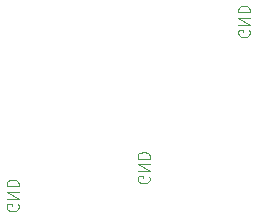
<source format=gbr>
%TF.GenerationSoftware,KiCad,Pcbnew,9.0.3*%
%TF.CreationDate,2025-08-08T18:34:11-07:00*%
%TF.ProjectId,FerrisWheelOrganizer,46657272-6973-4576-9865-656c4f726761,rev?*%
%TF.SameCoordinates,Original*%
%TF.FileFunction,Legend,Bot*%
%TF.FilePolarity,Positive*%
%FSLAX46Y46*%
G04 Gerber Fmt 4.6, Leading zero omitted, Abs format (unit mm)*
G04 Created by KiCad (PCBNEW 9.0.3) date 2025-08-08 18:34:11*
%MOMM*%
%LPD*%
G01*
G04 APERTURE LIST*
%ADD10C,0.100000*%
G04 APERTURE END LIST*
D10*
X186007961Y-90165556D02*
X186055580Y-90260794D01*
X186055580Y-90260794D02*
X186055580Y-90403651D01*
X186055580Y-90403651D02*
X186007961Y-90546508D01*
X186007961Y-90546508D02*
X185912723Y-90641746D01*
X185912723Y-90641746D02*
X185817485Y-90689365D01*
X185817485Y-90689365D02*
X185627009Y-90736984D01*
X185627009Y-90736984D02*
X185484152Y-90736984D01*
X185484152Y-90736984D02*
X185293676Y-90689365D01*
X185293676Y-90689365D02*
X185198438Y-90641746D01*
X185198438Y-90641746D02*
X185103200Y-90546508D01*
X185103200Y-90546508D02*
X185055580Y-90403651D01*
X185055580Y-90403651D02*
X185055580Y-90308413D01*
X185055580Y-90308413D02*
X185103200Y-90165556D01*
X185103200Y-90165556D02*
X185150819Y-90117937D01*
X185150819Y-90117937D02*
X185484152Y-90117937D01*
X185484152Y-90117937D02*
X185484152Y-90308413D01*
X185055580Y-89689365D02*
X186055580Y-89689365D01*
X186055580Y-89689365D02*
X185055580Y-89117937D01*
X185055580Y-89117937D02*
X186055580Y-89117937D01*
X185055580Y-88641746D02*
X186055580Y-88641746D01*
X186055580Y-88641746D02*
X186055580Y-88403651D01*
X186055580Y-88403651D02*
X186007961Y-88260794D01*
X186007961Y-88260794D02*
X185912723Y-88165556D01*
X185912723Y-88165556D02*
X185817485Y-88117937D01*
X185817485Y-88117937D02*
X185627009Y-88070318D01*
X185627009Y-88070318D02*
X185484152Y-88070318D01*
X185484152Y-88070318D02*
X185293676Y-88117937D01*
X185293676Y-88117937D02*
X185198438Y-88165556D01*
X185198438Y-88165556D02*
X185103200Y-88260794D01*
X185103200Y-88260794D02*
X185055580Y-88403651D01*
X185055580Y-88403651D02*
X185055580Y-88641746D01*
X174911211Y-92517306D02*
X174958830Y-92612544D01*
X174958830Y-92612544D02*
X174958830Y-92755401D01*
X174958830Y-92755401D02*
X174911211Y-92898258D01*
X174911211Y-92898258D02*
X174815973Y-92993496D01*
X174815973Y-92993496D02*
X174720735Y-93041115D01*
X174720735Y-93041115D02*
X174530259Y-93088734D01*
X174530259Y-93088734D02*
X174387402Y-93088734D01*
X174387402Y-93088734D02*
X174196926Y-93041115D01*
X174196926Y-93041115D02*
X174101688Y-92993496D01*
X174101688Y-92993496D02*
X174006450Y-92898258D01*
X174006450Y-92898258D02*
X173958830Y-92755401D01*
X173958830Y-92755401D02*
X173958830Y-92660163D01*
X173958830Y-92660163D02*
X174006450Y-92517306D01*
X174006450Y-92517306D02*
X174054069Y-92469687D01*
X174054069Y-92469687D02*
X174387402Y-92469687D01*
X174387402Y-92469687D02*
X174387402Y-92660163D01*
X173958830Y-92041115D02*
X174958830Y-92041115D01*
X174958830Y-92041115D02*
X173958830Y-91469687D01*
X173958830Y-91469687D02*
X174958830Y-91469687D01*
X173958830Y-90993496D02*
X174958830Y-90993496D01*
X174958830Y-90993496D02*
X174958830Y-90755401D01*
X174958830Y-90755401D02*
X174911211Y-90612544D01*
X174911211Y-90612544D02*
X174815973Y-90517306D01*
X174815973Y-90517306D02*
X174720735Y-90469687D01*
X174720735Y-90469687D02*
X174530259Y-90422068D01*
X174530259Y-90422068D02*
X174387402Y-90422068D01*
X174387402Y-90422068D02*
X174196926Y-90469687D01*
X174196926Y-90469687D02*
X174101688Y-90517306D01*
X174101688Y-90517306D02*
X174006450Y-90612544D01*
X174006450Y-90612544D02*
X173958830Y-90755401D01*
X173958830Y-90755401D02*
X173958830Y-90993496D01*
X194500961Y-77785306D02*
X194548580Y-77880544D01*
X194548580Y-77880544D02*
X194548580Y-78023401D01*
X194548580Y-78023401D02*
X194500961Y-78166258D01*
X194500961Y-78166258D02*
X194405723Y-78261496D01*
X194405723Y-78261496D02*
X194310485Y-78309115D01*
X194310485Y-78309115D02*
X194120009Y-78356734D01*
X194120009Y-78356734D02*
X193977152Y-78356734D01*
X193977152Y-78356734D02*
X193786676Y-78309115D01*
X193786676Y-78309115D02*
X193691438Y-78261496D01*
X193691438Y-78261496D02*
X193596200Y-78166258D01*
X193596200Y-78166258D02*
X193548580Y-78023401D01*
X193548580Y-78023401D02*
X193548580Y-77928163D01*
X193548580Y-77928163D02*
X193596200Y-77785306D01*
X193596200Y-77785306D02*
X193643819Y-77737687D01*
X193643819Y-77737687D02*
X193977152Y-77737687D01*
X193977152Y-77737687D02*
X193977152Y-77928163D01*
X193548580Y-77309115D02*
X194548580Y-77309115D01*
X194548580Y-77309115D02*
X193548580Y-76737687D01*
X193548580Y-76737687D02*
X194548580Y-76737687D01*
X193548580Y-76261496D02*
X194548580Y-76261496D01*
X194548580Y-76261496D02*
X194548580Y-76023401D01*
X194548580Y-76023401D02*
X194500961Y-75880544D01*
X194500961Y-75880544D02*
X194405723Y-75785306D01*
X194405723Y-75785306D02*
X194310485Y-75737687D01*
X194310485Y-75737687D02*
X194120009Y-75690068D01*
X194120009Y-75690068D02*
X193977152Y-75690068D01*
X193977152Y-75690068D02*
X193786676Y-75737687D01*
X193786676Y-75737687D02*
X193691438Y-75785306D01*
X193691438Y-75785306D02*
X193596200Y-75880544D01*
X193596200Y-75880544D02*
X193548580Y-76023401D01*
X193548580Y-76023401D02*
X193548580Y-76261496D01*
M02*

</source>
